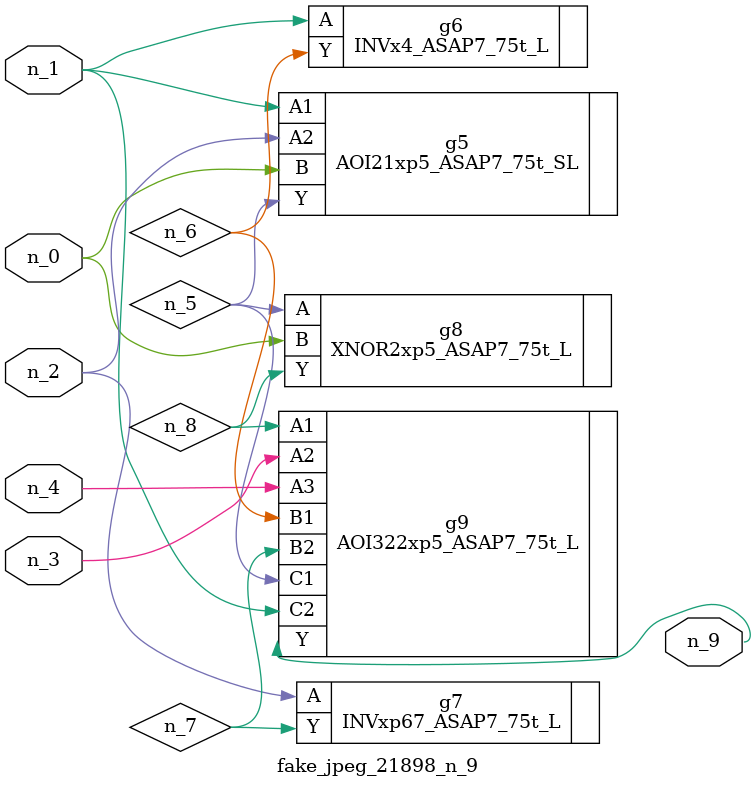
<source format=v>
module fake_jpeg_21898_n_9 (n_3, n_2, n_1, n_0, n_4, n_9);

input n_3;
input n_2;
input n_1;
input n_0;
input n_4;

output n_9;

wire n_8;
wire n_6;
wire n_5;
wire n_7;

AOI21xp5_ASAP7_75t_SL g5 ( 
.A1(n_1),
.A2(n_2),
.B(n_0),
.Y(n_5)
);

INVx4_ASAP7_75t_L g6 ( 
.A(n_1),
.Y(n_6)
);

INVxp67_ASAP7_75t_L g7 ( 
.A(n_2),
.Y(n_7)
);

XNOR2xp5_ASAP7_75t_L g8 ( 
.A(n_5),
.B(n_0),
.Y(n_8)
);

AOI322xp5_ASAP7_75t_L g9 ( 
.A1(n_8),
.A2(n_3),
.A3(n_4),
.B1(n_6),
.B2(n_7),
.C1(n_5),
.C2(n_1),
.Y(n_9)
);


endmodule
</source>
